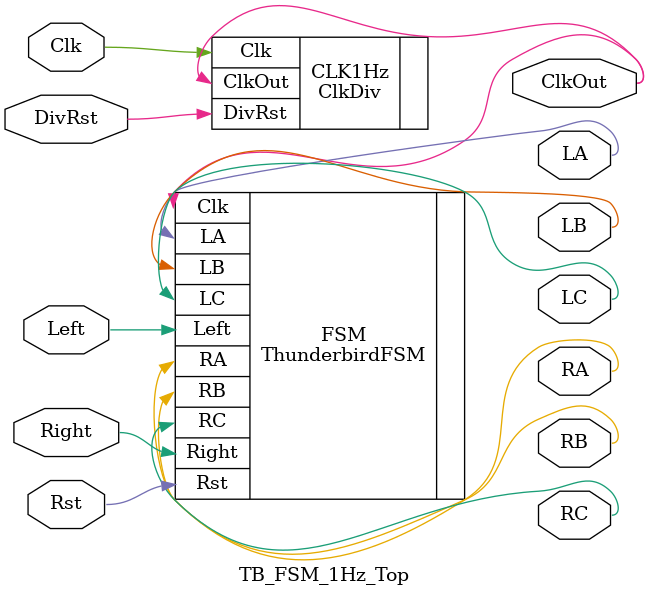
<source format=v>
`timescale 1ns / 1ps

module TB_FSM_1Hz_Top(
    input wire Clk,
    input wire Rst,       
    input wire Left,
    input wire Right,
    input wire DivRst,
    output wire  LC, LB, LA,
    output wire  RA, RB, RC,
    output wire ClkOut
    );
    

    
    ClkDiv CLK1Hz(.Clk(Clk), .DivRst(DivRst), .ClkOut(ClkOut));
    ThunderbirdFSM FSM(.Clk(ClkOut), .Rst(Rst), .Left(Left), .Right(Right),
    .LC(LC), .LB(LB), .LA(LA), .RA(RA), .RB(RB), .RC(RC));
    
endmodule

</source>
